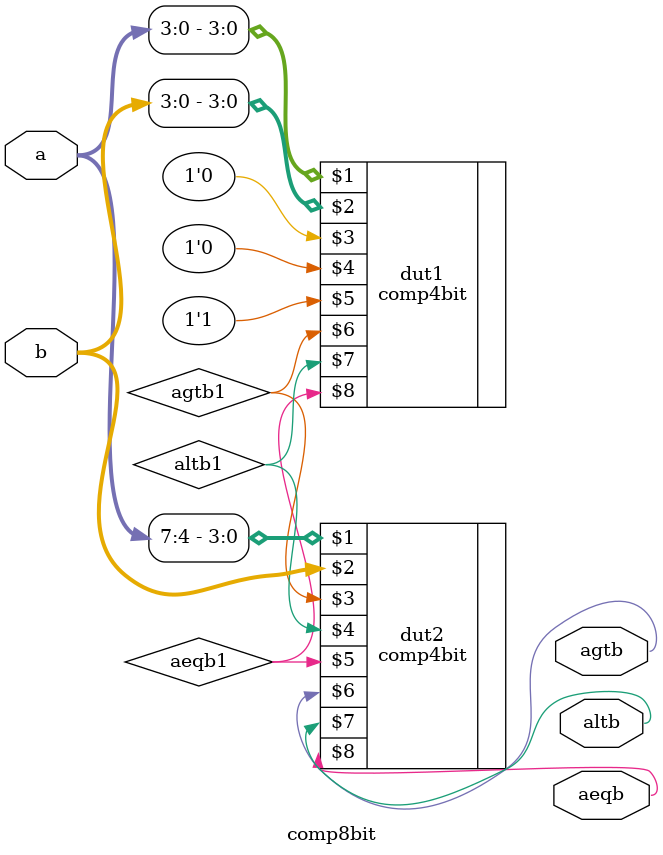
<source format=v>

module comp8bit(a,b,agtb,altb,aeqb);
  input [7:0]a,b;
  output agtb,altb,aeqb;


  comp4bit  dut1(a[3:0],b[3:0],1'b0,1'b0,1'b1,agtb1,altb1,aeqb1);
  comp4bit dut2(a[7:4],b[7:0],agtb1,altb1,aeqb1,agtb,altb,aeqb);
  
endmodule
  

</source>
